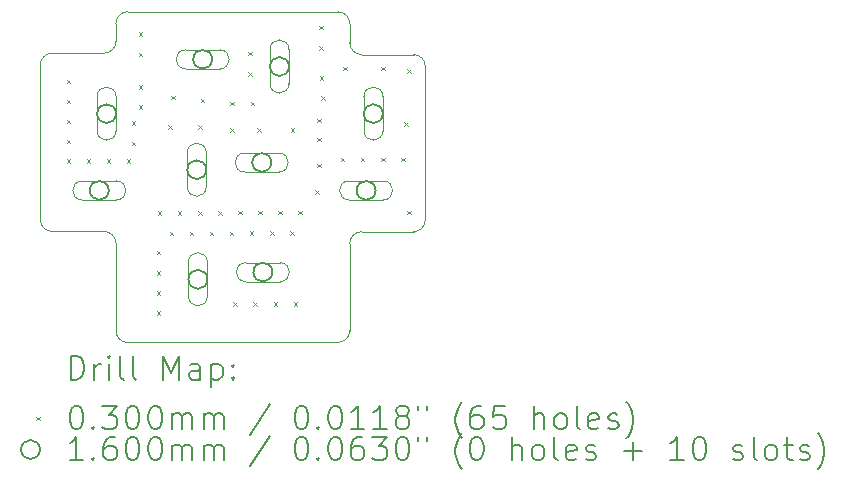
<source format=gbr>
%TF.GenerationSoftware,KiCad,Pcbnew,8.0.7*%
%TF.CreationDate,2025-04-20T01:00:09-04:00*%
%TF.ProjectId,2M_3F,324d5f33-462e-46b6-9963-61645f706362,rev?*%
%TF.SameCoordinates,Original*%
%TF.FileFunction,Drillmap*%
%TF.FilePolarity,Positive*%
%FSLAX45Y45*%
G04 Gerber Fmt 4.5, Leading zero omitted, Abs format (unit mm)*
G04 Created by KiCad (PCBNEW 8.0.7) date 2025-04-20 01:00:09*
%MOMM*%
%LPD*%
G01*
G04 APERTURE LIST*
%ADD10C,0.050000*%
%ADD11C,0.200000*%
%ADD12C,0.100000*%
%ADD13C,0.160000*%
G04 APERTURE END LIST*
D10*
X9140000Y-5300000D02*
G75*
G02*
X9040000Y-5200000I0J100000D01*
G01*
X11020000Y-5200000D02*
G75*
G02*
X10920000Y-5300000I-100000J0D01*
G01*
X8940000Y-4360000D02*
G75*
G02*
X9040000Y-4460000I0J-100000D01*
G01*
X11020000Y-4462500D02*
G75*
G02*
X11120000Y-4362500I100000J0D01*
G01*
X8500000Y-4360000D02*
X8940000Y-4360000D01*
X11120000Y-2862500D02*
G75*
G02*
X11020000Y-2762500I0J100000D01*
G01*
X9040000Y-2751250D02*
G75*
G02*
X8940000Y-2851250I-100000J0D01*
G01*
X8400000Y-2951250D02*
G75*
G02*
X8500000Y-2851250I100000J0D01*
G01*
X11120000Y-4362500D02*
X11560000Y-4362500D01*
X9040000Y-4460000D02*
X9040000Y-5200000D01*
X9040000Y-2751250D02*
X9040000Y-2600000D01*
X11560000Y-2862500D02*
X11120000Y-2862500D01*
X8940000Y-2851250D02*
X8500000Y-2851250D01*
X9040000Y-2600000D02*
G75*
G02*
X9140000Y-2500000I100000J0D01*
G01*
X11020000Y-4462500D02*
X11020000Y-5200000D01*
X8400000Y-4260000D02*
X8400000Y-2951250D01*
X11660000Y-2962500D02*
X11660000Y-4262500D01*
X11660000Y-4262500D02*
G75*
G02*
X11560000Y-4362500I-100000J0D01*
G01*
X10920000Y-2500000D02*
G75*
G02*
X11020000Y-2600000I0J-100000D01*
G01*
X10920000Y-5300000D02*
X9140000Y-5300000D01*
X9140000Y-2500000D02*
X10920000Y-2500000D01*
X11020000Y-2762500D02*
X11020000Y-2600000D01*
X8500000Y-4360000D02*
G75*
G02*
X8400000Y-4260000I0J100000D01*
G01*
X11560000Y-2862500D02*
G75*
G02*
X11660000Y-2962500I0J-100000D01*
G01*
D11*
D12*
X8623750Y-3073750D02*
X8653750Y-3103750D01*
X8653750Y-3073750D02*
X8623750Y-3103750D01*
X8623750Y-3243750D02*
X8653750Y-3273750D01*
X8653750Y-3243750D02*
X8623750Y-3273750D01*
X8623750Y-3413750D02*
X8653750Y-3443750D01*
X8653750Y-3413750D02*
X8623750Y-3443750D01*
X8623750Y-3583750D02*
X8653750Y-3613750D01*
X8653750Y-3583750D02*
X8623750Y-3613750D01*
X8623750Y-3748750D02*
X8653750Y-3778750D01*
X8653750Y-3748750D02*
X8623750Y-3778750D01*
X8793750Y-3748750D02*
X8823750Y-3778750D01*
X8823750Y-3748750D02*
X8793750Y-3778750D01*
X8963750Y-3748750D02*
X8993750Y-3778750D01*
X8993750Y-3748750D02*
X8963750Y-3778750D01*
X9133750Y-3748750D02*
X9163750Y-3778750D01*
X9163750Y-3748750D02*
X9133750Y-3778750D01*
X9173750Y-3428750D02*
X9203750Y-3458750D01*
X9203750Y-3428750D02*
X9173750Y-3458750D01*
X9173750Y-3598750D02*
X9203750Y-3628750D01*
X9203750Y-3598750D02*
X9173750Y-3628750D01*
X9235000Y-2675000D02*
X9265000Y-2705000D01*
X9265000Y-2675000D02*
X9235000Y-2705000D01*
X9235000Y-2845000D02*
X9265000Y-2875000D01*
X9265000Y-2845000D02*
X9235000Y-2875000D01*
X9235000Y-3120000D02*
X9265000Y-3150000D01*
X9265000Y-3120000D02*
X9235000Y-3150000D01*
X9235000Y-3290000D02*
X9265000Y-3320000D01*
X9265000Y-3290000D02*
X9235000Y-3320000D01*
X9385000Y-4525000D02*
X9415000Y-4555000D01*
X9415000Y-4525000D02*
X9385000Y-4555000D01*
X9385000Y-4695000D02*
X9415000Y-4725000D01*
X9415000Y-4695000D02*
X9385000Y-4725000D01*
X9385000Y-4865000D02*
X9415000Y-4895000D01*
X9415000Y-4865000D02*
X9385000Y-4895000D01*
X9385000Y-5035000D02*
X9415000Y-5065000D01*
X9415000Y-5035000D02*
X9385000Y-5065000D01*
X9395000Y-4187500D02*
X9425000Y-4217500D01*
X9425000Y-4187500D02*
X9395000Y-4217500D01*
X9485000Y-3460000D02*
X9515000Y-3490000D01*
X9515000Y-3460000D02*
X9485000Y-3490000D01*
X9495000Y-4362500D02*
X9525000Y-4392500D01*
X9525000Y-4362500D02*
X9495000Y-4392500D01*
X9510000Y-3210000D02*
X9540000Y-3240000D01*
X9540000Y-3210000D02*
X9510000Y-3240000D01*
X9565000Y-4187500D02*
X9595000Y-4217500D01*
X9595000Y-4187500D02*
X9565000Y-4217500D01*
X9665000Y-4362500D02*
X9695000Y-4392500D01*
X9695000Y-4362500D02*
X9665000Y-4392500D01*
X9735000Y-3460000D02*
X9765000Y-3490000D01*
X9765000Y-3460000D02*
X9735000Y-3490000D01*
X9735000Y-4187500D02*
X9765000Y-4217500D01*
X9765000Y-4187500D02*
X9735000Y-4217500D01*
X9760000Y-3235000D02*
X9790000Y-3265000D01*
X9790000Y-3235000D02*
X9760000Y-3265000D01*
X9835000Y-4362500D02*
X9865000Y-4392500D01*
X9865000Y-4362500D02*
X9835000Y-4392500D01*
X9905000Y-4187500D02*
X9935000Y-4217500D01*
X9935000Y-4187500D02*
X9905000Y-4217500D01*
X10005000Y-4362500D02*
X10035000Y-4392500D01*
X10035000Y-4362500D02*
X10005000Y-4392500D01*
X10010000Y-3260000D02*
X10040000Y-3290000D01*
X10040000Y-3260000D02*
X10010000Y-3290000D01*
X10010000Y-3485000D02*
X10040000Y-3515000D01*
X10040000Y-3485000D02*
X10010000Y-3515000D01*
X10035000Y-4960000D02*
X10065000Y-4990000D01*
X10065000Y-4960000D02*
X10035000Y-4990000D01*
X10075000Y-4185000D02*
X10105000Y-4215000D01*
X10105000Y-4185000D02*
X10075000Y-4215000D01*
X10160000Y-2840000D02*
X10190000Y-2870000D01*
X10190000Y-2840000D02*
X10160000Y-2870000D01*
X10160000Y-3010000D02*
X10190000Y-3040000D01*
X10190000Y-3010000D02*
X10160000Y-3040000D01*
X10175000Y-4360000D02*
X10205000Y-4390000D01*
X10205000Y-4360000D02*
X10175000Y-4390000D01*
X10180000Y-3260000D02*
X10210000Y-3290000D01*
X10210000Y-3260000D02*
X10180000Y-3290000D01*
X10205000Y-4960000D02*
X10235000Y-4990000D01*
X10235000Y-4960000D02*
X10205000Y-4990000D01*
X10235000Y-3485000D02*
X10265000Y-3515000D01*
X10265000Y-3485000D02*
X10235000Y-3515000D01*
X10245000Y-4185000D02*
X10275000Y-4215000D01*
X10275000Y-4185000D02*
X10245000Y-4215000D01*
X10345000Y-4360000D02*
X10375000Y-4390000D01*
X10375000Y-4360000D02*
X10345000Y-4390000D01*
X10375000Y-4960000D02*
X10405000Y-4990000D01*
X10405000Y-4960000D02*
X10375000Y-4990000D01*
X10415000Y-4185000D02*
X10445000Y-4215000D01*
X10445000Y-4185000D02*
X10415000Y-4215000D01*
X10515000Y-4360000D02*
X10545000Y-4390000D01*
X10545000Y-4360000D02*
X10515000Y-4390000D01*
X10520000Y-3485000D02*
X10550000Y-3515000D01*
X10550000Y-3485000D02*
X10520000Y-3515000D01*
X10545000Y-4960000D02*
X10575000Y-4990000D01*
X10575000Y-4960000D02*
X10545000Y-4990000D01*
X10585000Y-4185000D02*
X10615000Y-4215000D01*
X10615000Y-4185000D02*
X10585000Y-4215000D01*
X10730000Y-4010000D02*
X10760000Y-4040000D01*
X10760000Y-4010000D02*
X10730000Y-4040000D01*
X10745000Y-3407500D02*
X10775000Y-3437500D01*
X10775000Y-3407500D02*
X10745000Y-3437500D01*
X10745000Y-3567500D02*
X10775000Y-3597500D01*
X10775000Y-3567500D02*
X10745000Y-3597500D01*
X10745000Y-3787500D02*
X10775000Y-3817500D01*
X10775000Y-3787500D02*
X10745000Y-3817500D01*
X10760000Y-2620000D02*
X10790000Y-2650000D01*
X10790000Y-2620000D02*
X10760000Y-2650000D01*
X10760000Y-2790000D02*
X10790000Y-2820000D01*
X10790000Y-2790000D02*
X10760000Y-2820000D01*
X10765000Y-3047500D02*
X10795000Y-3077500D01*
X10795000Y-3047500D02*
X10765000Y-3077500D01*
X10780000Y-3217500D02*
X10810000Y-3247500D01*
X10810000Y-3217500D02*
X10780000Y-3247500D01*
X10945000Y-3735000D02*
X10975000Y-3765000D01*
X10975000Y-3735000D02*
X10945000Y-3765000D01*
X10965000Y-2965000D02*
X10995000Y-2995000D01*
X10995000Y-2965000D02*
X10965000Y-2995000D01*
X11115000Y-3735000D02*
X11145000Y-3765000D01*
X11145000Y-3735000D02*
X11115000Y-3765000D01*
X11285000Y-2965000D02*
X11315000Y-2995000D01*
X11315000Y-2965000D02*
X11285000Y-2995000D01*
X11285000Y-3735000D02*
X11315000Y-3765000D01*
X11315000Y-3735000D02*
X11285000Y-3765000D01*
X11455000Y-3735000D02*
X11485000Y-3765000D01*
X11485000Y-3735000D02*
X11455000Y-3765000D01*
X11480000Y-3435000D02*
X11510000Y-3465000D01*
X11510000Y-3435000D02*
X11480000Y-3465000D01*
X11505000Y-2985000D02*
X11535000Y-3015000D01*
X11535000Y-2985000D02*
X11505000Y-3015000D01*
X11505000Y-4185000D02*
X11535000Y-4215000D01*
X11535000Y-4185000D02*
X11505000Y-4215000D01*
D13*
X8980000Y-4012500D02*
G75*
G02*
X8820000Y-4012500I-80000J0D01*
G01*
X8820000Y-4012500D02*
G75*
G02*
X8980000Y-4012500I80000J0D01*
G01*
D12*
X8755000Y-4092500D02*
X9045000Y-4092500D01*
X9045000Y-3932500D02*
G75*
G02*
X9045000Y-4092500I0J-80000D01*
G01*
X9045000Y-3932500D02*
X8755000Y-3932500D01*
X8755000Y-3932500D02*
G75*
G03*
X8755000Y-4092500I0J-80000D01*
G01*
D13*
X9041250Y-3362500D02*
G75*
G02*
X8881250Y-3362500I-80000J0D01*
G01*
X8881250Y-3362500D02*
G75*
G02*
X9041250Y-3362500I80000J0D01*
G01*
D12*
X8881250Y-3217500D02*
X8881250Y-3507500D01*
X9041250Y-3507500D02*
G75*
G02*
X8881250Y-3507500I-80000J0D01*
G01*
X9041250Y-3507500D02*
X9041250Y-3217500D01*
X9041250Y-3217500D02*
G75*
G03*
X8881250Y-3217500I-80000J0D01*
G01*
D13*
X9805000Y-3837500D02*
G75*
G02*
X9645000Y-3837500I-80000J0D01*
G01*
X9645000Y-3837500D02*
G75*
G02*
X9805000Y-3837500I80000J0D01*
G01*
D12*
X9645000Y-3692500D02*
X9645000Y-3982500D01*
X9805000Y-3982500D02*
G75*
G02*
X9645000Y-3982500I-80000J0D01*
G01*
X9805000Y-3982500D02*
X9805000Y-3692500D01*
X9805000Y-3692500D02*
G75*
G03*
X9645000Y-3692500I-80000J0D01*
G01*
D13*
X9814460Y-4765330D02*
G75*
G02*
X9654460Y-4765330I-80000J0D01*
G01*
X9654460Y-4765330D02*
G75*
G02*
X9814460Y-4765330I80000J0D01*
G01*
D12*
X9654460Y-4620330D02*
X9654460Y-4910330D01*
X9814460Y-4910330D02*
G75*
G02*
X9654460Y-4910330I-80000J0D01*
G01*
X9814460Y-4910330D02*
X9814460Y-4620330D01*
X9814460Y-4620330D02*
G75*
G03*
X9654460Y-4620330I-80000J0D01*
G01*
D13*
X9855000Y-2902500D02*
G75*
G02*
X9695000Y-2902500I-80000J0D01*
G01*
X9695000Y-2902500D02*
G75*
G02*
X9855000Y-2902500I80000J0D01*
G01*
D12*
X9630000Y-2982500D02*
X9920000Y-2982500D01*
X9920000Y-2822500D02*
G75*
G02*
X9920000Y-2982500I0J-80000D01*
G01*
X9920000Y-2822500D02*
X9630000Y-2822500D01*
X9630000Y-2822500D02*
G75*
G03*
X9630000Y-2982500I0J-80000D01*
G01*
D13*
X10355000Y-3776250D02*
G75*
G02*
X10195000Y-3776250I-80000J0D01*
G01*
X10195000Y-3776250D02*
G75*
G02*
X10355000Y-3776250I80000J0D01*
G01*
D12*
X10130000Y-3856250D02*
X10420000Y-3856250D01*
X10420000Y-3696250D02*
G75*
G02*
X10420000Y-3856250I0J-80000D01*
G01*
X10420000Y-3696250D02*
X10130000Y-3696250D01*
X10130000Y-3696250D02*
G75*
G03*
X10130000Y-3856250I0J-80000D01*
G01*
D13*
X10364460Y-4704080D02*
G75*
G02*
X10204460Y-4704080I-80000J0D01*
G01*
X10204460Y-4704080D02*
G75*
G02*
X10364460Y-4704080I80000J0D01*
G01*
D12*
X10139460Y-4784080D02*
X10429460Y-4784080D01*
X10429460Y-4624080D02*
G75*
G02*
X10429460Y-4784080I0J-80000D01*
G01*
X10429460Y-4624080D02*
X10139460Y-4624080D01*
X10139460Y-4624080D02*
G75*
G03*
X10139460Y-4784080I0J-80000D01*
G01*
D13*
X10505000Y-2963750D02*
G75*
G02*
X10345000Y-2963750I-80000J0D01*
G01*
X10345000Y-2963750D02*
G75*
G02*
X10505000Y-2963750I80000J0D01*
G01*
D12*
X10505000Y-3108750D02*
X10505000Y-2818750D01*
X10345000Y-2818750D02*
G75*
G02*
X10505000Y-2818750I80000J0D01*
G01*
X10345000Y-2818750D02*
X10345000Y-3108750D01*
X10345000Y-3108750D02*
G75*
G03*
X10505000Y-3108750I80000J0D01*
G01*
D13*
X11238750Y-4012500D02*
G75*
G02*
X11078750Y-4012500I-80000J0D01*
G01*
X11078750Y-4012500D02*
G75*
G02*
X11238750Y-4012500I80000J0D01*
G01*
D12*
X11013750Y-4092500D02*
X11303750Y-4092500D01*
X11303750Y-3932500D02*
G75*
G02*
X11303750Y-4092500I0J-80000D01*
G01*
X11303750Y-3932500D02*
X11013750Y-3932500D01*
X11013750Y-3932500D02*
G75*
G03*
X11013750Y-4092500I0J-80000D01*
G01*
D13*
X11300000Y-3362500D02*
G75*
G02*
X11140000Y-3362500I-80000J0D01*
G01*
X11140000Y-3362500D02*
G75*
G02*
X11300000Y-3362500I80000J0D01*
G01*
D12*
X11140000Y-3217500D02*
X11140000Y-3507500D01*
X11300000Y-3507500D02*
G75*
G02*
X11140000Y-3507500I-80000J0D01*
G01*
X11300000Y-3507500D02*
X11300000Y-3217500D01*
X11300000Y-3217500D02*
G75*
G03*
X11140000Y-3217500I-80000J0D01*
G01*
D11*
X8658277Y-5613984D02*
X8658277Y-5413984D01*
X8658277Y-5413984D02*
X8705896Y-5413984D01*
X8705896Y-5413984D02*
X8734467Y-5423508D01*
X8734467Y-5423508D02*
X8753515Y-5442555D01*
X8753515Y-5442555D02*
X8763039Y-5461603D01*
X8763039Y-5461603D02*
X8772563Y-5499698D01*
X8772563Y-5499698D02*
X8772563Y-5528270D01*
X8772563Y-5528270D02*
X8763039Y-5566365D01*
X8763039Y-5566365D02*
X8753515Y-5585412D01*
X8753515Y-5585412D02*
X8734467Y-5604460D01*
X8734467Y-5604460D02*
X8705896Y-5613984D01*
X8705896Y-5613984D02*
X8658277Y-5613984D01*
X8858277Y-5613984D02*
X8858277Y-5480650D01*
X8858277Y-5518746D02*
X8867801Y-5499698D01*
X8867801Y-5499698D02*
X8877324Y-5490174D01*
X8877324Y-5490174D02*
X8896372Y-5480650D01*
X8896372Y-5480650D02*
X8915420Y-5480650D01*
X8982086Y-5613984D02*
X8982086Y-5480650D01*
X8982086Y-5413984D02*
X8972563Y-5423508D01*
X8972563Y-5423508D02*
X8982086Y-5433031D01*
X8982086Y-5433031D02*
X8991610Y-5423508D01*
X8991610Y-5423508D02*
X8982086Y-5413984D01*
X8982086Y-5413984D02*
X8982086Y-5433031D01*
X9105896Y-5613984D02*
X9086848Y-5604460D01*
X9086848Y-5604460D02*
X9077324Y-5585412D01*
X9077324Y-5585412D02*
X9077324Y-5413984D01*
X9210658Y-5613984D02*
X9191610Y-5604460D01*
X9191610Y-5604460D02*
X9182086Y-5585412D01*
X9182086Y-5585412D02*
X9182086Y-5413984D01*
X9439229Y-5613984D02*
X9439229Y-5413984D01*
X9439229Y-5413984D02*
X9505896Y-5556841D01*
X9505896Y-5556841D02*
X9572563Y-5413984D01*
X9572563Y-5413984D02*
X9572563Y-5613984D01*
X9753515Y-5613984D02*
X9753515Y-5509222D01*
X9753515Y-5509222D02*
X9743991Y-5490174D01*
X9743991Y-5490174D02*
X9724944Y-5480650D01*
X9724944Y-5480650D02*
X9686848Y-5480650D01*
X9686848Y-5480650D02*
X9667801Y-5490174D01*
X9753515Y-5604460D02*
X9734467Y-5613984D01*
X9734467Y-5613984D02*
X9686848Y-5613984D01*
X9686848Y-5613984D02*
X9667801Y-5604460D01*
X9667801Y-5604460D02*
X9658277Y-5585412D01*
X9658277Y-5585412D02*
X9658277Y-5566365D01*
X9658277Y-5566365D02*
X9667801Y-5547317D01*
X9667801Y-5547317D02*
X9686848Y-5537793D01*
X9686848Y-5537793D02*
X9734467Y-5537793D01*
X9734467Y-5537793D02*
X9753515Y-5528270D01*
X9848753Y-5480650D02*
X9848753Y-5680650D01*
X9848753Y-5490174D02*
X9867801Y-5480650D01*
X9867801Y-5480650D02*
X9905896Y-5480650D01*
X9905896Y-5480650D02*
X9924944Y-5490174D01*
X9924944Y-5490174D02*
X9934467Y-5499698D01*
X9934467Y-5499698D02*
X9943991Y-5518746D01*
X9943991Y-5518746D02*
X9943991Y-5575889D01*
X9943991Y-5575889D02*
X9934467Y-5594936D01*
X9934467Y-5594936D02*
X9924944Y-5604460D01*
X9924944Y-5604460D02*
X9905896Y-5613984D01*
X9905896Y-5613984D02*
X9867801Y-5613984D01*
X9867801Y-5613984D02*
X9848753Y-5604460D01*
X10029705Y-5594936D02*
X10039229Y-5604460D01*
X10039229Y-5604460D02*
X10029705Y-5613984D01*
X10029705Y-5613984D02*
X10020182Y-5604460D01*
X10020182Y-5604460D02*
X10029705Y-5594936D01*
X10029705Y-5594936D02*
X10029705Y-5613984D01*
X10029705Y-5490174D02*
X10039229Y-5499698D01*
X10039229Y-5499698D02*
X10029705Y-5509222D01*
X10029705Y-5509222D02*
X10020182Y-5499698D01*
X10020182Y-5499698D02*
X10029705Y-5490174D01*
X10029705Y-5490174D02*
X10029705Y-5509222D01*
D12*
X8367500Y-5927500D02*
X8397500Y-5957500D01*
X8397500Y-5927500D02*
X8367500Y-5957500D01*
D11*
X8696372Y-5833984D02*
X8715420Y-5833984D01*
X8715420Y-5833984D02*
X8734467Y-5843508D01*
X8734467Y-5843508D02*
X8743991Y-5853031D01*
X8743991Y-5853031D02*
X8753515Y-5872079D01*
X8753515Y-5872079D02*
X8763039Y-5910174D01*
X8763039Y-5910174D02*
X8763039Y-5957793D01*
X8763039Y-5957793D02*
X8753515Y-5995888D01*
X8753515Y-5995888D02*
X8743991Y-6014936D01*
X8743991Y-6014936D02*
X8734467Y-6024460D01*
X8734467Y-6024460D02*
X8715420Y-6033984D01*
X8715420Y-6033984D02*
X8696372Y-6033984D01*
X8696372Y-6033984D02*
X8677324Y-6024460D01*
X8677324Y-6024460D02*
X8667801Y-6014936D01*
X8667801Y-6014936D02*
X8658277Y-5995888D01*
X8658277Y-5995888D02*
X8648753Y-5957793D01*
X8648753Y-5957793D02*
X8648753Y-5910174D01*
X8648753Y-5910174D02*
X8658277Y-5872079D01*
X8658277Y-5872079D02*
X8667801Y-5853031D01*
X8667801Y-5853031D02*
X8677324Y-5843508D01*
X8677324Y-5843508D02*
X8696372Y-5833984D01*
X8848753Y-6014936D02*
X8858277Y-6024460D01*
X8858277Y-6024460D02*
X8848753Y-6033984D01*
X8848753Y-6033984D02*
X8839229Y-6024460D01*
X8839229Y-6024460D02*
X8848753Y-6014936D01*
X8848753Y-6014936D02*
X8848753Y-6033984D01*
X8924944Y-5833984D02*
X9048753Y-5833984D01*
X9048753Y-5833984D02*
X8982086Y-5910174D01*
X8982086Y-5910174D02*
X9010658Y-5910174D01*
X9010658Y-5910174D02*
X9029705Y-5919698D01*
X9029705Y-5919698D02*
X9039229Y-5929222D01*
X9039229Y-5929222D02*
X9048753Y-5948269D01*
X9048753Y-5948269D02*
X9048753Y-5995888D01*
X9048753Y-5995888D02*
X9039229Y-6014936D01*
X9039229Y-6014936D02*
X9029705Y-6024460D01*
X9029705Y-6024460D02*
X9010658Y-6033984D01*
X9010658Y-6033984D02*
X8953515Y-6033984D01*
X8953515Y-6033984D02*
X8934467Y-6024460D01*
X8934467Y-6024460D02*
X8924944Y-6014936D01*
X9172563Y-5833984D02*
X9191610Y-5833984D01*
X9191610Y-5833984D02*
X9210658Y-5843508D01*
X9210658Y-5843508D02*
X9220182Y-5853031D01*
X9220182Y-5853031D02*
X9229705Y-5872079D01*
X9229705Y-5872079D02*
X9239229Y-5910174D01*
X9239229Y-5910174D02*
X9239229Y-5957793D01*
X9239229Y-5957793D02*
X9229705Y-5995888D01*
X9229705Y-5995888D02*
X9220182Y-6014936D01*
X9220182Y-6014936D02*
X9210658Y-6024460D01*
X9210658Y-6024460D02*
X9191610Y-6033984D01*
X9191610Y-6033984D02*
X9172563Y-6033984D01*
X9172563Y-6033984D02*
X9153515Y-6024460D01*
X9153515Y-6024460D02*
X9143991Y-6014936D01*
X9143991Y-6014936D02*
X9134467Y-5995888D01*
X9134467Y-5995888D02*
X9124944Y-5957793D01*
X9124944Y-5957793D02*
X9124944Y-5910174D01*
X9124944Y-5910174D02*
X9134467Y-5872079D01*
X9134467Y-5872079D02*
X9143991Y-5853031D01*
X9143991Y-5853031D02*
X9153515Y-5843508D01*
X9153515Y-5843508D02*
X9172563Y-5833984D01*
X9363039Y-5833984D02*
X9382086Y-5833984D01*
X9382086Y-5833984D02*
X9401134Y-5843508D01*
X9401134Y-5843508D02*
X9410658Y-5853031D01*
X9410658Y-5853031D02*
X9420182Y-5872079D01*
X9420182Y-5872079D02*
X9429705Y-5910174D01*
X9429705Y-5910174D02*
X9429705Y-5957793D01*
X9429705Y-5957793D02*
X9420182Y-5995888D01*
X9420182Y-5995888D02*
X9410658Y-6014936D01*
X9410658Y-6014936D02*
X9401134Y-6024460D01*
X9401134Y-6024460D02*
X9382086Y-6033984D01*
X9382086Y-6033984D02*
X9363039Y-6033984D01*
X9363039Y-6033984D02*
X9343991Y-6024460D01*
X9343991Y-6024460D02*
X9334467Y-6014936D01*
X9334467Y-6014936D02*
X9324944Y-5995888D01*
X9324944Y-5995888D02*
X9315420Y-5957793D01*
X9315420Y-5957793D02*
X9315420Y-5910174D01*
X9315420Y-5910174D02*
X9324944Y-5872079D01*
X9324944Y-5872079D02*
X9334467Y-5853031D01*
X9334467Y-5853031D02*
X9343991Y-5843508D01*
X9343991Y-5843508D02*
X9363039Y-5833984D01*
X9515420Y-6033984D02*
X9515420Y-5900650D01*
X9515420Y-5919698D02*
X9524944Y-5910174D01*
X9524944Y-5910174D02*
X9543991Y-5900650D01*
X9543991Y-5900650D02*
X9572563Y-5900650D01*
X9572563Y-5900650D02*
X9591610Y-5910174D01*
X9591610Y-5910174D02*
X9601134Y-5929222D01*
X9601134Y-5929222D02*
X9601134Y-6033984D01*
X9601134Y-5929222D02*
X9610658Y-5910174D01*
X9610658Y-5910174D02*
X9629705Y-5900650D01*
X9629705Y-5900650D02*
X9658277Y-5900650D01*
X9658277Y-5900650D02*
X9677325Y-5910174D01*
X9677325Y-5910174D02*
X9686848Y-5929222D01*
X9686848Y-5929222D02*
X9686848Y-6033984D01*
X9782086Y-6033984D02*
X9782086Y-5900650D01*
X9782086Y-5919698D02*
X9791610Y-5910174D01*
X9791610Y-5910174D02*
X9810658Y-5900650D01*
X9810658Y-5900650D02*
X9839229Y-5900650D01*
X9839229Y-5900650D02*
X9858277Y-5910174D01*
X9858277Y-5910174D02*
X9867801Y-5929222D01*
X9867801Y-5929222D02*
X9867801Y-6033984D01*
X9867801Y-5929222D02*
X9877325Y-5910174D01*
X9877325Y-5910174D02*
X9896372Y-5900650D01*
X9896372Y-5900650D02*
X9924944Y-5900650D01*
X9924944Y-5900650D02*
X9943991Y-5910174D01*
X9943991Y-5910174D02*
X9953515Y-5929222D01*
X9953515Y-5929222D02*
X9953515Y-6033984D01*
X10343991Y-5824460D02*
X10172563Y-6081603D01*
X10601134Y-5833984D02*
X10620182Y-5833984D01*
X10620182Y-5833984D02*
X10639229Y-5843508D01*
X10639229Y-5843508D02*
X10648753Y-5853031D01*
X10648753Y-5853031D02*
X10658277Y-5872079D01*
X10658277Y-5872079D02*
X10667801Y-5910174D01*
X10667801Y-5910174D02*
X10667801Y-5957793D01*
X10667801Y-5957793D02*
X10658277Y-5995888D01*
X10658277Y-5995888D02*
X10648753Y-6014936D01*
X10648753Y-6014936D02*
X10639229Y-6024460D01*
X10639229Y-6024460D02*
X10620182Y-6033984D01*
X10620182Y-6033984D02*
X10601134Y-6033984D01*
X10601134Y-6033984D02*
X10582087Y-6024460D01*
X10582087Y-6024460D02*
X10572563Y-6014936D01*
X10572563Y-6014936D02*
X10563039Y-5995888D01*
X10563039Y-5995888D02*
X10553515Y-5957793D01*
X10553515Y-5957793D02*
X10553515Y-5910174D01*
X10553515Y-5910174D02*
X10563039Y-5872079D01*
X10563039Y-5872079D02*
X10572563Y-5853031D01*
X10572563Y-5853031D02*
X10582087Y-5843508D01*
X10582087Y-5843508D02*
X10601134Y-5833984D01*
X10753515Y-6014936D02*
X10763039Y-6024460D01*
X10763039Y-6024460D02*
X10753515Y-6033984D01*
X10753515Y-6033984D02*
X10743991Y-6024460D01*
X10743991Y-6024460D02*
X10753515Y-6014936D01*
X10753515Y-6014936D02*
X10753515Y-6033984D01*
X10886848Y-5833984D02*
X10905896Y-5833984D01*
X10905896Y-5833984D02*
X10924944Y-5843508D01*
X10924944Y-5843508D02*
X10934468Y-5853031D01*
X10934468Y-5853031D02*
X10943991Y-5872079D01*
X10943991Y-5872079D02*
X10953515Y-5910174D01*
X10953515Y-5910174D02*
X10953515Y-5957793D01*
X10953515Y-5957793D02*
X10943991Y-5995888D01*
X10943991Y-5995888D02*
X10934468Y-6014936D01*
X10934468Y-6014936D02*
X10924944Y-6024460D01*
X10924944Y-6024460D02*
X10905896Y-6033984D01*
X10905896Y-6033984D02*
X10886848Y-6033984D01*
X10886848Y-6033984D02*
X10867801Y-6024460D01*
X10867801Y-6024460D02*
X10858277Y-6014936D01*
X10858277Y-6014936D02*
X10848753Y-5995888D01*
X10848753Y-5995888D02*
X10839229Y-5957793D01*
X10839229Y-5957793D02*
X10839229Y-5910174D01*
X10839229Y-5910174D02*
X10848753Y-5872079D01*
X10848753Y-5872079D02*
X10858277Y-5853031D01*
X10858277Y-5853031D02*
X10867801Y-5843508D01*
X10867801Y-5843508D02*
X10886848Y-5833984D01*
X11143991Y-6033984D02*
X11029706Y-6033984D01*
X11086848Y-6033984D02*
X11086848Y-5833984D01*
X11086848Y-5833984D02*
X11067801Y-5862555D01*
X11067801Y-5862555D02*
X11048753Y-5881603D01*
X11048753Y-5881603D02*
X11029706Y-5891127D01*
X11334467Y-6033984D02*
X11220182Y-6033984D01*
X11277325Y-6033984D02*
X11277325Y-5833984D01*
X11277325Y-5833984D02*
X11258277Y-5862555D01*
X11258277Y-5862555D02*
X11239229Y-5881603D01*
X11239229Y-5881603D02*
X11220182Y-5891127D01*
X11448753Y-5919698D02*
X11429706Y-5910174D01*
X11429706Y-5910174D02*
X11420182Y-5900650D01*
X11420182Y-5900650D02*
X11410658Y-5881603D01*
X11410658Y-5881603D02*
X11410658Y-5872079D01*
X11410658Y-5872079D02*
X11420182Y-5853031D01*
X11420182Y-5853031D02*
X11429706Y-5843508D01*
X11429706Y-5843508D02*
X11448753Y-5833984D01*
X11448753Y-5833984D02*
X11486848Y-5833984D01*
X11486848Y-5833984D02*
X11505896Y-5843508D01*
X11505896Y-5843508D02*
X11515420Y-5853031D01*
X11515420Y-5853031D02*
X11524944Y-5872079D01*
X11524944Y-5872079D02*
X11524944Y-5881603D01*
X11524944Y-5881603D02*
X11515420Y-5900650D01*
X11515420Y-5900650D02*
X11505896Y-5910174D01*
X11505896Y-5910174D02*
X11486848Y-5919698D01*
X11486848Y-5919698D02*
X11448753Y-5919698D01*
X11448753Y-5919698D02*
X11429706Y-5929222D01*
X11429706Y-5929222D02*
X11420182Y-5938746D01*
X11420182Y-5938746D02*
X11410658Y-5957793D01*
X11410658Y-5957793D02*
X11410658Y-5995888D01*
X11410658Y-5995888D02*
X11420182Y-6014936D01*
X11420182Y-6014936D02*
X11429706Y-6024460D01*
X11429706Y-6024460D02*
X11448753Y-6033984D01*
X11448753Y-6033984D02*
X11486848Y-6033984D01*
X11486848Y-6033984D02*
X11505896Y-6024460D01*
X11505896Y-6024460D02*
X11515420Y-6014936D01*
X11515420Y-6014936D02*
X11524944Y-5995888D01*
X11524944Y-5995888D02*
X11524944Y-5957793D01*
X11524944Y-5957793D02*
X11515420Y-5938746D01*
X11515420Y-5938746D02*
X11505896Y-5929222D01*
X11505896Y-5929222D02*
X11486848Y-5919698D01*
X11601134Y-5833984D02*
X11601134Y-5872079D01*
X11677325Y-5833984D02*
X11677325Y-5872079D01*
X11972563Y-6110174D02*
X11963039Y-6100650D01*
X11963039Y-6100650D02*
X11943991Y-6072079D01*
X11943991Y-6072079D02*
X11934468Y-6053031D01*
X11934468Y-6053031D02*
X11924944Y-6024460D01*
X11924944Y-6024460D02*
X11915420Y-5976841D01*
X11915420Y-5976841D02*
X11915420Y-5938746D01*
X11915420Y-5938746D02*
X11924944Y-5891127D01*
X11924944Y-5891127D02*
X11934468Y-5862555D01*
X11934468Y-5862555D02*
X11943991Y-5843508D01*
X11943991Y-5843508D02*
X11963039Y-5814936D01*
X11963039Y-5814936D02*
X11972563Y-5805412D01*
X12134468Y-5833984D02*
X12096372Y-5833984D01*
X12096372Y-5833984D02*
X12077325Y-5843508D01*
X12077325Y-5843508D02*
X12067801Y-5853031D01*
X12067801Y-5853031D02*
X12048753Y-5881603D01*
X12048753Y-5881603D02*
X12039229Y-5919698D01*
X12039229Y-5919698D02*
X12039229Y-5995888D01*
X12039229Y-5995888D02*
X12048753Y-6014936D01*
X12048753Y-6014936D02*
X12058277Y-6024460D01*
X12058277Y-6024460D02*
X12077325Y-6033984D01*
X12077325Y-6033984D02*
X12115420Y-6033984D01*
X12115420Y-6033984D02*
X12134468Y-6024460D01*
X12134468Y-6024460D02*
X12143991Y-6014936D01*
X12143991Y-6014936D02*
X12153515Y-5995888D01*
X12153515Y-5995888D02*
X12153515Y-5948269D01*
X12153515Y-5948269D02*
X12143991Y-5929222D01*
X12143991Y-5929222D02*
X12134468Y-5919698D01*
X12134468Y-5919698D02*
X12115420Y-5910174D01*
X12115420Y-5910174D02*
X12077325Y-5910174D01*
X12077325Y-5910174D02*
X12058277Y-5919698D01*
X12058277Y-5919698D02*
X12048753Y-5929222D01*
X12048753Y-5929222D02*
X12039229Y-5948269D01*
X12334468Y-5833984D02*
X12239229Y-5833984D01*
X12239229Y-5833984D02*
X12229706Y-5929222D01*
X12229706Y-5929222D02*
X12239229Y-5919698D01*
X12239229Y-5919698D02*
X12258277Y-5910174D01*
X12258277Y-5910174D02*
X12305896Y-5910174D01*
X12305896Y-5910174D02*
X12324944Y-5919698D01*
X12324944Y-5919698D02*
X12334468Y-5929222D01*
X12334468Y-5929222D02*
X12343991Y-5948269D01*
X12343991Y-5948269D02*
X12343991Y-5995888D01*
X12343991Y-5995888D02*
X12334468Y-6014936D01*
X12334468Y-6014936D02*
X12324944Y-6024460D01*
X12324944Y-6024460D02*
X12305896Y-6033984D01*
X12305896Y-6033984D02*
X12258277Y-6033984D01*
X12258277Y-6033984D02*
X12239229Y-6024460D01*
X12239229Y-6024460D02*
X12229706Y-6014936D01*
X12582087Y-6033984D02*
X12582087Y-5833984D01*
X12667801Y-6033984D02*
X12667801Y-5929222D01*
X12667801Y-5929222D02*
X12658277Y-5910174D01*
X12658277Y-5910174D02*
X12639230Y-5900650D01*
X12639230Y-5900650D02*
X12610658Y-5900650D01*
X12610658Y-5900650D02*
X12591610Y-5910174D01*
X12591610Y-5910174D02*
X12582087Y-5919698D01*
X12791610Y-6033984D02*
X12772563Y-6024460D01*
X12772563Y-6024460D02*
X12763039Y-6014936D01*
X12763039Y-6014936D02*
X12753515Y-5995888D01*
X12753515Y-5995888D02*
X12753515Y-5938746D01*
X12753515Y-5938746D02*
X12763039Y-5919698D01*
X12763039Y-5919698D02*
X12772563Y-5910174D01*
X12772563Y-5910174D02*
X12791610Y-5900650D01*
X12791610Y-5900650D02*
X12820182Y-5900650D01*
X12820182Y-5900650D02*
X12839230Y-5910174D01*
X12839230Y-5910174D02*
X12848753Y-5919698D01*
X12848753Y-5919698D02*
X12858277Y-5938746D01*
X12858277Y-5938746D02*
X12858277Y-5995888D01*
X12858277Y-5995888D02*
X12848753Y-6014936D01*
X12848753Y-6014936D02*
X12839230Y-6024460D01*
X12839230Y-6024460D02*
X12820182Y-6033984D01*
X12820182Y-6033984D02*
X12791610Y-6033984D01*
X12972563Y-6033984D02*
X12953515Y-6024460D01*
X12953515Y-6024460D02*
X12943991Y-6005412D01*
X12943991Y-6005412D02*
X12943991Y-5833984D01*
X13124944Y-6024460D02*
X13105896Y-6033984D01*
X13105896Y-6033984D02*
X13067801Y-6033984D01*
X13067801Y-6033984D02*
X13048753Y-6024460D01*
X13048753Y-6024460D02*
X13039230Y-6005412D01*
X13039230Y-6005412D02*
X13039230Y-5929222D01*
X13039230Y-5929222D02*
X13048753Y-5910174D01*
X13048753Y-5910174D02*
X13067801Y-5900650D01*
X13067801Y-5900650D02*
X13105896Y-5900650D01*
X13105896Y-5900650D02*
X13124944Y-5910174D01*
X13124944Y-5910174D02*
X13134468Y-5929222D01*
X13134468Y-5929222D02*
X13134468Y-5948269D01*
X13134468Y-5948269D02*
X13039230Y-5967317D01*
X13210658Y-6024460D02*
X13229706Y-6033984D01*
X13229706Y-6033984D02*
X13267801Y-6033984D01*
X13267801Y-6033984D02*
X13286849Y-6024460D01*
X13286849Y-6024460D02*
X13296372Y-6005412D01*
X13296372Y-6005412D02*
X13296372Y-5995888D01*
X13296372Y-5995888D02*
X13286849Y-5976841D01*
X13286849Y-5976841D02*
X13267801Y-5967317D01*
X13267801Y-5967317D02*
X13239230Y-5967317D01*
X13239230Y-5967317D02*
X13220182Y-5957793D01*
X13220182Y-5957793D02*
X13210658Y-5938746D01*
X13210658Y-5938746D02*
X13210658Y-5929222D01*
X13210658Y-5929222D02*
X13220182Y-5910174D01*
X13220182Y-5910174D02*
X13239230Y-5900650D01*
X13239230Y-5900650D02*
X13267801Y-5900650D01*
X13267801Y-5900650D02*
X13286849Y-5910174D01*
X13363039Y-6110174D02*
X13372563Y-6100650D01*
X13372563Y-6100650D02*
X13391611Y-6072079D01*
X13391611Y-6072079D02*
X13401134Y-6053031D01*
X13401134Y-6053031D02*
X13410658Y-6024460D01*
X13410658Y-6024460D02*
X13420182Y-5976841D01*
X13420182Y-5976841D02*
X13420182Y-5938746D01*
X13420182Y-5938746D02*
X13410658Y-5891127D01*
X13410658Y-5891127D02*
X13401134Y-5862555D01*
X13401134Y-5862555D02*
X13391611Y-5843508D01*
X13391611Y-5843508D02*
X13372563Y-5814936D01*
X13372563Y-5814936D02*
X13363039Y-5805412D01*
D13*
X8397500Y-6206500D02*
G75*
G02*
X8237500Y-6206500I-80000J0D01*
G01*
X8237500Y-6206500D02*
G75*
G02*
X8397500Y-6206500I80000J0D01*
G01*
D11*
X8763039Y-6297984D02*
X8648753Y-6297984D01*
X8705896Y-6297984D02*
X8705896Y-6097984D01*
X8705896Y-6097984D02*
X8686848Y-6126555D01*
X8686848Y-6126555D02*
X8667801Y-6145603D01*
X8667801Y-6145603D02*
X8648753Y-6155127D01*
X8848753Y-6278936D02*
X8858277Y-6288460D01*
X8858277Y-6288460D02*
X8848753Y-6297984D01*
X8848753Y-6297984D02*
X8839229Y-6288460D01*
X8839229Y-6288460D02*
X8848753Y-6278936D01*
X8848753Y-6278936D02*
X8848753Y-6297984D01*
X9029705Y-6097984D02*
X8991610Y-6097984D01*
X8991610Y-6097984D02*
X8972563Y-6107508D01*
X8972563Y-6107508D02*
X8963039Y-6117031D01*
X8963039Y-6117031D02*
X8943991Y-6145603D01*
X8943991Y-6145603D02*
X8934467Y-6183698D01*
X8934467Y-6183698D02*
X8934467Y-6259888D01*
X8934467Y-6259888D02*
X8943991Y-6278936D01*
X8943991Y-6278936D02*
X8953515Y-6288460D01*
X8953515Y-6288460D02*
X8972563Y-6297984D01*
X8972563Y-6297984D02*
X9010658Y-6297984D01*
X9010658Y-6297984D02*
X9029705Y-6288460D01*
X9029705Y-6288460D02*
X9039229Y-6278936D01*
X9039229Y-6278936D02*
X9048753Y-6259888D01*
X9048753Y-6259888D02*
X9048753Y-6212269D01*
X9048753Y-6212269D02*
X9039229Y-6193222D01*
X9039229Y-6193222D02*
X9029705Y-6183698D01*
X9029705Y-6183698D02*
X9010658Y-6174174D01*
X9010658Y-6174174D02*
X8972563Y-6174174D01*
X8972563Y-6174174D02*
X8953515Y-6183698D01*
X8953515Y-6183698D02*
X8943991Y-6193222D01*
X8943991Y-6193222D02*
X8934467Y-6212269D01*
X9172563Y-6097984D02*
X9191610Y-6097984D01*
X9191610Y-6097984D02*
X9210658Y-6107508D01*
X9210658Y-6107508D02*
X9220182Y-6117031D01*
X9220182Y-6117031D02*
X9229705Y-6136079D01*
X9229705Y-6136079D02*
X9239229Y-6174174D01*
X9239229Y-6174174D02*
X9239229Y-6221793D01*
X9239229Y-6221793D02*
X9229705Y-6259888D01*
X9229705Y-6259888D02*
X9220182Y-6278936D01*
X9220182Y-6278936D02*
X9210658Y-6288460D01*
X9210658Y-6288460D02*
X9191610Y-6297984D01*
X9191610Y-6297984D02*
X9172563Y-6297984D01*
X9172563Y-6297984D02*
X9153515Y-6288460D01*
X9153515Y-6288460D02*
X9143991Y-6278936D01*
X9143991Y-6278936D02*
X9134467Y-6259888D01*
X9134467Y-6259888D02*
X9124944Y-6221793D01*
X9124944Y-6221793D02*
X9124944Y-6174174D01*
X9124944Y-6174174D02*
X9134467Y-6136079D01*
X9134467Y-6136079D02*
X9143991Y-6117031D01*
X9143991Y-6117031D02*
X9153515Y-6107508D01*
X9153515Y-6107508D02*
X9172563Y-6097984D01*
X9363039Y-6097984D02*
X9382086Y-6097984D01*
X9382086Y-6097984D02*
X9401134Y-6107508D01*
X9401134Y-6107508D02*
X9410658Y-6117031D01*
X9410658Y-6117031D02*
X9420182Y-6136079D01*
X9420182Y-6136079D02*
X9429705Y-6174174D01*
X9429705Y-6174174D02*
X9429705Y-6221793D01*
X9429705Y-6221793D02*
X9420182Y-6259888D01*
X9420182Y-6259888D02*
X9410658Y-6278936D01*
X9410658Y-6278936D02*
X9401134Y-6288460D01*
X9401134Y-6288460D02*
X9382086Y-6297984D01*
X9382086Y-6297984D02*
X9363039Y-6297984D01*
X9363039Y-6297984D02*
X9343991Y-6288460D01*
X9343991Y-6288460D02*
X9334467Y-6278936D01*
X9334467Y-6278936D02*
X9324944Y-6259888D01*
X9324944Y-6259888D02*
X9315420Y-6221793D01*
X9315420Y-6221793D02*
X9315420Y-6174174D01*
X9315420Y-6174174D02*
X9324944Y-6136079D01*
X9324944Y-6136079D02*
X9334467Y-6117031D01*
X9334467Y-6117031D02*
X9343991Y-6107508D01*
X9343991Y-6107508D02*
X9363039Y-6097984D01*
X9515420Y-6297984D02*
X9515420Y-6164650D01*
X9515420Y-6183698D02*
X9524944Y-6174174D01*
X9524944Y-6174174D02*
X9543991Y-6164650D01*
X9543991Y-6164650D02*
X9572563Y-6164650D01*
X9572563Y-6164650D02*
X9591610Y-6174174D01*
X9591610Y-6174174D02*
X9601134Y-6193222D01*
X9601134Y-6193222D02*
X9601134Y-6297984D01*
X9601134Y-6193222D02*
X9610658Y-6174174D01*
X9610658Y-6174174D02*
X9629705Y-6164650D01*
X9629705Y-6164650D02*
X9658277Y-6164650D01*
X9658277Y-6164650D02*
X9677325Y-6174174D01*
X9677325Y-6174174D02*
X9686848Y-6193222D01*
X9686848Y-6193222D02*
X9686848Y-6297984D01*
X9782086Y-6297984D02*
X9782086Y-6164650D01*
X9782086Y-6183698D02*
X9791610Y-6174174D01*
X9791610Y-6174174D02*
X9810658Y-6164650D01*
X9810658Y-6164650D02*
X9839229Y-6164650D01*
X9839229Y-6164650D02*
X9858277Y-6174174D01*
X9858277Y-6174174D02*
X9867801Y-6193222D01*
X9867801Y-6193222D02*
X9867801Y-6297984D01*
X9867801Y-6193222D02*
X9877325Y-6174174D01*
X9877325Y-6174174D02*
X9896372Y-6164650D01*
X9896372Y-6164650D02*
X9924944Y-6164650D01*
X9924944Y-6164650D02*
X9943991Y-6174174D01*
X9943991Y-6174174D02*
X9953515Y-6193222D01*
X9953515Y-6193222D02*
X9953515Y-6297984D01*
X10343991Y-6088460D02*
X10172563Y-6345603D01*
X10601134Y-6097984D02*
X10620182Y-6097984D01*
X10620182Y-6097984D02*
X10639229Y-6107508D01*
X10639229Y-6107508D02*
X10648753Y-6117031D01*
X10648753Y-6117031D02*
X10658277Y-6136079D01*
X10658277Y-6136079D02*
X10667801Y-6174174D01*
X10667801Y-6174174D02*
X10667801Y-6221793D01*
X10667801Y-6221793D02*
X10658277Y-6259888D01*
X10658277Y-6259888D02*
X10648753Y-6278936D01*
X10648753Y-6278936D02*
X10639229Y-6288460D01*
X10639229Y-6288460D02*
X10620182Y-6297984D01*
X10620182Y-6297984D02*
X10601134Y-6297984D01*
X10601134Y-6297984D02*
X10582087Y-6288460D01*
X10582087Y-6288460D02*
X10572563Y-6278936D01*
X10572563Y-6278936D02*
X10563039Y-6259888D01*
X10563039Y-6259888D02*
X10553515Y-6221793D01*
X10553515Y-6221793D02*
X10553515Y-6174174D01*
X10553515Y-6174174D02*
X10563039Y-6136079D01*
X10563039Y-6136079D02*
X10572563Y-6117031D01*
X10572563Y-6117031D02*
X10582087Y-6107508D01*
X10582087Y-6107508D02*
X10601134Y-6097984D01*
X10753515Y-6278936D02*
X10763039Y-6288460D01*
X10763039Y-6288460D02*
X10753515Y-6297984D01*
X10753515Y-6297984D02*
X10743991Y-6288460D01*
X10743991Y-6288460D02*
X10753515Y-6278936D01*
X10753515Y-6278936D02*
X10753515Y-6297984D01*
X10886848Y-6097984D02*
X10905896Y-6097984D01*
X10905896Y-6097984D02*
X10924944Y-6107508D01*
X10924944Y-6107508D02*
X10934468Y-6117031D01*
X10934468Y-6117031D02*
X10943991Y-6136079D01*
X10943991Y-6136079D02*
X10953515Y-6174174D01*
X10953515Y-6174174D02*
X10953515Y-6221793D01*
X10953515Y-6221793D02*
X10943991Y-6259888D01*
X10943991Y-6259888D02*
X10934468Y-6278936D01*
X10934468Y-6278936D02*
X10924944Y-6288460D01*
X10924944Y-6288460D02*
X10905896Y-6297984D01*
X10905896Y-6297984D02*
X10886848Y-6297984D01*
X10886848Y-6297984D02*
X10867801Y-6288460D01*
X10867801Y-6288460D02*
X10858277Y-6278936D01*
X10858277Y-6278936D02*
X10848753Y-6259888D01*
X10848753Y-6259888D02*
X10839229Y-6221793D01*
X10839229Y-6221793D02*
X10839229Y-6174174D01*
X10839229Y-6174174D02*
X10848753Y-6136079D01*
X10848753Y-6136079D02*
X10858277Y-6117031D01*
X10858277Y-6117031D02*
X10867801Y-6107508D01*
X10867801Y-6107508D02*
X10886848Y-6097984D01*
X11124944Y-6097984D02*
X11086848Y-6097984D01*
X11086848Y-6097984D02*
X11067801Y-6107508D01*
X11067801Y-6107508D02*
X11058277Y-6117031D01*
X11058277Y-6117031D02*
X11039229Y-6145603D01*
X11039229Y-6145603D02*
X11029706Y-6183698D01*
X11029706Y-6183698D02*
X11029706Y-6259888D01*
X11029706Y-6259888D02*
X11039229Y-6278936D01*
X11039229Y-6278936D02*
X11048753Y-6288460D01*
X11048753Y-6288460D02*
X11067801Y-6297984D01*
X11067801Y-6297984D02*
X11105896Y-6297984D01*
X11105896Y-6297984D02*
X11124944Y-6288460D01*
X11124944Y-6288460D02*
X11134468Y-6278936D01*
X11134468Y-6278936D02*
X11143991Y-6259888D01*
X11143991Y-6259888D02*
X11143991Y-6212269D01*
X11143991Y-6212269D02*
X11134468Y-6193222D01*
X11134468Y-6193222D02*
X11124944Y-6183698D01*
X11124944Y-6183698D02*
X11105896Y-6174174D01*
X11105896Y-6174174D02*
X11067801Y-6174174D01*
X11067801Y-6174174D02*
X11048753Y-6183698D01*
X11048753Y-6183698D02*
X11039229Y-6193222D01*
X11039229Y-6193222D02*
X11029706Y-6212269D01*
X11210658Y-6097984D02*
X11334467Y-6097984D01*
X11334467Y-6097984D02*
X11267801Y-6174174D01*
X11267801Y-6174174D02*
X11296372Y-6174174D01*
X11296372Y-6174174D02*
X11315420Y-6183698D01*
X11315420Y-6183698D02*
X11324944Y-6193222D01*
X11324944Y-6193222D02*
X11334467Y-6212269D01*
X11334467Y-6212269D02*
X11334467Y-6259888D01*
X11334467Y-6259888D02*
X11324944Y-6278936D01*
X11324944Y-6278936D02*
X11315420Y-6288460D01*
X11315420Y-6288460D02*
X11296372Y-6297984D01*
X11296372Y-6297984D02*
X11239229Y-6297984D01*
X11239229Y-6297984D02*
X11220182Y-6288460D01*
X11220182Y-6288460D02*
X11210658Y-6278936D01*
X11458277Y-6097984D02*
X11477325Y-6097984D01*
X11477325Y-6097984D02*
X11496372Y-6107508D01*
X11496372Y-6107508D02*
X11505896Y-6117031D01*
X11505896Y-6117031D02*
X11515420Y-6136079D01*
X11515420Y-6136079D02*
X11524944Y-6174174D01*
X11524944Y-6174174D02*
X11524944Y-6221793D01*
X11524944Y-6221793D02*
X11515420Y-6259888D01*
X11515420Y-6259888D02*
X11505896Y-6278936D01*
X11505896Y-6278936D02*
X11496372Y-6288460D01*
X11496372Y-6288460D02*
X11477325Y-6297984D01*
X11477325Y-6297984D02*
X11458277Y-6297984D01*
X11458277Y-6297984D02*
X11439229Y-6288460D01*
X11439229Y-6288460D02*
X11429706Y-6278936D01*
X11429706Y-6278936D02*
X11420182Y-6259888D01*
X11420182Y-6259888D02*
X11410658Y-6221793D01*
X11410658Y-6221793D02*
X11410658Y-6174174D01*
X11410658Y-6174174D02*
X11420182Y-6136079D01*
X11420182Y-6136079D02*
X11429706Y-6117031D01*
X11429706Y-6117031D02*
X11439229Y-6107508D01*
X11439229Y-6107508D02*
X11458277Y-6097984D01*
X11601134Y-6097984D02*
X11601134Y-6136079D01*
X11677325Y-6097984D02*
X11677325Y-6136079D01*
X11972563Y-6374174D02*
X11963039Y-6364650D01*
X11963039Y-6364650D02*
X11943991Y-6336079D01*
X11943991Y-6336079D02*
X11934468Y-6317031D01*
X11934468Y-6317031D02*
X11924944Y-6288460D01*
X11924944Y-6288460D02*
X11915420Y-6240841D01*
X11915420Y-6240841D02*
X11915420Y-6202746D01*
X11915420Y-6202746D02*
X11924944Y-6155127D01*
X11924944Y-6155127D02*
X11934468Y-6126555D01*
X11934468Y-6126555D02*
X11943991Y-6107508D01*
X11943991Y-6107508D02*
X11963039Y-6078936D01*
X11963039Y-6078936D02*
X11972563Y-6069412D01*
X12086848Y-6097984D02*
X12105896Y-6097984D01*
X12105896Y-6097984D02*
X12124944Y-6107508D01*
X12124944Y-6107508D02*
X12134468Y-6117031D01*
X12134468Y-6117031D02*
X12143991Y-6136079D01*
X12143991Y-6136079D02*
X12153515Y-6174174D01*
X12153515Y-6174174D02*
X12153515Y-6221793D01*
X12153515Y-6221793D02*
X12143991Y-6259888D01*
X12143991Y-6259888D02*
X12134468Y-6278936D01*
X12134468Y-6278936D02*
X12124944Y-6288460D01*
X12124944Y-6288460D02*
X12105896Y-6297984D01*
X12105896Y-6297984D02*
X12086848Y-6297984D01*
X12086848Y-6297984D02*
X12067801Y-6288460D01*
X12067801Y-6288460D02*
X12058277Y-6278936D01*
X12058277Y-6278936D02*
X12048753Y-6259888D01*
X12048753Y-6259888D02*
X12039229Y-6221793D01*
X12039229Y-6221793D02*
X12039229Y-6174174D01*
X12039229Y-6174174D02*
X12048753Y-6136079D01*
X12048753Y-6136079D02*
X12058277Y-6117031D01*
X12058277Y-6117031D02*
X12067801Y-6107508D01*
X12067801Y-6107508D02*
X12086848Y-6097984D01*
X12391610Y-6297984D02*
X12391610Y-6097984D01*
X12477325Y-6297984D02*
X12477325Y-6193222D01*
X12477325Y-6193222D02*
X12467801Y-6174174D01*
X12467801Y-6174174D02*
X12448753Y-6164650D01*
X12448753Y-6164650D02*
X12420182Y-6164650D01*
X12420182Y-6164650D02*
X12401134Y-6174174D01*
X12401134Y-6174174D02*
X12391610Y-6183698D01*
X12601134Y-6297984D02*
X12582087Y-6288460D01*
X12582087Y-6288460D02*
X12572563Y-6278936D01*
X12572563Y-6278936D02*
X12563039Y-6259888D01*
X12563039Y-6259888D02*
X12563039Y-6202746D01*
X12563039Y-6202746D02*
X12572563Y-6183698D01*
X12572563Y-6183698D02*
X12582087Y-6174174D01*
X12582087Y-6174174D02*
X12601134Y-6164650D01*
X12601134Y-6164650D02*
X12629706Y-6164650D01*
X12629706Y-6164650D02*
X12648753Y-6174174D01*
X12648753Y-6174174D02*
X12658277Y-6183698D01*
X12658277Y-6183698D02*
X12667801Y-6202746D01*
X12667801Y-6202746D02*
X12667801Y-6259888D01*
X12667801Y-6259888D02*
X12658277Y-6278936D01*
X12658277Y-6278936D02*
X12648753Y-6288460D01*
X12648753Y-6288460D02*
X12629706Y-6297984D01*
X12629706Y-6297984D02*
X12601134Y-6297984D01*
X12782087Y-6297984D02*
X12763039Y-6288460D01*
X12763039Y-6288460D02*
X12753515Y-6269412D01*
X12753515Y-6269412D02*
X12753515Y-6097984D01*
X12934468Y-6288460D02*
X12915420Y-6297984D01*
X12915420Y-6297984D02*
X12877325Y-6297984D01*
X12877325Y-6297984D02*
X12858277Y-6288460D01*
X12858277Y-6288460D02*
X12848753Y-6269412D01*
X12848753Y-6269412D02*
X12848753Y-6193222D01*
X12848753Y-6193222D02*
X12858277Y-6174174D01*
X12858277Y-6174174D02*
X12877325Y-6164650D01*
X12877325Y-6164650D02*
X12915420Y-6164650D01*
X12915420Y-6164650D02*
X12934468Y-6174174D01*
X12934468Y-6174174D02*
X12943991Y-6193222D01*
X12943991Y-6193222D02*
X12943991Y-6212269D01*
X12943991Y-6212269D02*
X12848753Y-6231317D01*
X13020182Y-6288460D02*
X13039230Y-6297984D01*
X13039230Y-6297984D02*
X13077325Y-6297984D01*
X13077325Y-6297984D02*
X13096372Y-6288460D01*
X13096372Y-6288460D02*
X13105896Y-6269412D01*
X13105896Y-6269412D02*
X13105896Y-6259888D01*
X13105896Y-6259888D02*
X13096372Y-6240841D01*
X13096372Y-6240841D02*
X13077325Y-6231317D01*
X13077325Y-6231317D02*
X13048753Y-6231317D01*
X13048753Y-6231317D02*
X13029706Y-6221793D01*
X13029706Y-6221793D02*
X13020182Y-6202746D01*
X13020182Y-6202746D02*
X13020182Y-6193222D01*
X13020182Y-6193222D02*
X13029706Y-6174174D01*
X13029706Y-6174174D02*
X13048753Y-6164650D01*
X13048753Y-6164650D02*
X13077325Y-6164650D01*
X13077325Y-6164650D02*
X13096372Y-6174174D01*
X13343992Y-6221793D02*
X13496373Y-6221793D01*
X13420182Y-6297984D02*
X13420182Y-6145603D01*
X13848753Y-6297984D02*
X13734468Y-6297984D01*
X13791611Y-6297984D02*
X13791611Y-6097984D01*
X13791611Y-6097984D02*
X13772563Y-6126555D01*
X13772563Y-6126555D02*
X13753515Y-6145603D01*
X13753515Y-6145603D02*
X13734468Y-6155127D01*
X13972563Y-6097984D02*
X13991611Y-6097984D01*
X13991611Y-6097984D02*
X14010658Y-6107508D01*
X14010658Y-6107508D02*
X14020182Y-6117031D01*
X14020182Y-6117031D02*
X14029706Y-6136079D01*
X14029706Y-6136079D02*
X14039230Y-6174174D01*
X14039230Y-6174174D02*
X14039230Y-6221793D01*
X14039230Y-6221793D02*
X14029706Y-6259888D01*
X14029706Y-6259888D02*
X14020182Y-6278936D01*
X14020182Y-6278936D02*
X14010658Y-6288460D01*
X14010658Y-6288460D02*
X13991611Y-6297984D01*
X13991611Y-6297984D02*
X13972563Y-6297984D01*
X13972563Y-6297984D02*
X13953515Y-6288460D01*
X13953515Y-6288460D02*
X13943992Y-6278936D01*
X13943992Y-6278936D02*
X13934468Y-6259888D01*
X13934468Y-6259888D02*
X13924944Y-6221793D01*
X13924944Y-6221793D02*
X13924944Y-6174174D01*
X13924944Y-6174174D02*
X13934468Y-6136079D01*
X13934468Y-6136079D02*
X13943992Y-6117031D01*
X13943992Y-6117031D02*
X13953515Y-6107508D01*
X13953515Y-6107508D02*
X13972563Y-6097984D01*
X14267801Y-6288460D02*
X14286849Y-6297984D01*
X14286849Y-6297984D02*
X14324944Y-6297984D01*
X14324944Y-6297984D02*
X14343992Y-6288460D01*
X14343992Y-6288460D02*
X14353515Y-6269412D01*
X14353515Y-6269412D02*
X14353515Y-6259888D01*
X14353515Y-6259888D02*
X14343992Y-6240841D01*
X14343992Y-6240841D02*
X14324944Y-6231317D01*
X14324944Y-6231317D02*
X14296373Y-6231317D01*
X14296373Y-6231317D02*
X14277325Y-6221793D01*
X14277325Y-6221793D02*
X14267801Y-6202746D01*
X14267801Y-6202746D02*
X14267801Y-6193222D01*
X14267801Y-6193222D02*
X14277325Y-6174174D01*
X14277325Y-6174174D02*
X14296373Y-6164650D01*
X14296373Y-6164650D02*
X14324944Y-6164650D01*
X14324944Y-6164650D02*
X14343992Y-6174174D01*
X14467801Y-6297984D02*
X14448754Y-6288460D01*
X14448754Y-6288460D02*
X14439230Y-6269412D01*
X14439230Y-6269412D02*
X14439230Y-6097984D01*
X14572563Y-6297984D02*
X14553515Y-6288460D01*
X14553515Y-6288460D02*
X14543992Y-6278936D01*
X14543992Y-6278936D02*
X14534468Y-6259888D01*
X14534468Y-6259888D02*
X14534468Y-6202746D01*
X14534468Y-6202746D02*
X14543992Y-6183698D01*
X14543992Y-6183698D02*
X14553515Y-6174174D01*
X14553515Y-6174174D02*
X14572563Y-6164650D01*
X14572563Y-6164650D02*
X14601135Y-6164650D01*
X14601135Y-6164650D02*
X14620182Y-6174174D01*
X14620182Y-6174174D02*
X14629706Y-6183698D01*
X14629706Y-6183698D02*
X14639230Y-6202746D01*
X14639230Y-6202746D02*
X14639230Y-6259888D01*
X14639230Y-6259888D02*
X14629706Y-6278936D01*
X14629706Y-6278936D02*
X14620182Y-6288460D01*
X14620182Y-6288460D02*
X14601135Y-6297984D01*
X14601135Y-6297984D02*
X14572563Y-6297984D01*
X14696373Y-6164650D02*
X14772563Y-6164650D01*
X14724944Y-6097984D02*
X14724944Y-6269412D01*
X14724944Y-6269412D02*
X14734468Y-6288460D01*
X14734468Y-6288460D02*
X14753515Y-6297984D01*
X14753515Y-6297984D02*
X14772563Y-6297984D01*
X14829706Y-6288460D02*
X14848754Y-6297984D01*
X14848754Y-6297984D02*
X14886849Y-6297984D01*
X14886849Y-6297984D02*
X14905896Y-6288460D01*
X14905896Y-6288460D02*
X14915420Y-6269412D01*
X14915420Y-6269412D02*
X14915420Y-6259888D01*
X14915420Y-6259888D02*
X14905896Y-6240841D01*
X14905896Y-6240841D02*
X14886849Y-6231317D01*
X14886849Y-6231317D02*
X14858277Y-6231317D01*
X14858277Y-6231317D02*
X14839230Y-6221793D01*
X14839230Y-6221793D02*
X14829706Y-6202746D01*
X14829706Y-6202746D02*
X14829706Y-6193222D01*
X14829706Y-6193222D02*
X14839230Y-6174174D01*
X14839230Y-6174174D02*
X14858277Y-6164650D01*
X14858277Y-6164650D02*
X14886849Y-6164650D01*
X14886849Y-6164650D02*
X14905896Y-6174174D01*
X14982087Y-6374174D02*
X14991611Y-6364650D01*
X14991611Y-6364650D02*
X15010658Y-6336079D01*
X15010658Y-6336079D02*
X15020182Y-6317031D01*
X15020182Y-6317031D02*
X15029706Y-6288460D01*
X15029706Y-6288460D02*
X15039230Y-6240841D01*
X15039230Y-6240841D02*
X15039230Y-6202746D01*
X15039230Y-6202746D02*
X15029706Y-6155127D01*
X15029706Y-6155127D02*
X15020182Y-6126555D01*
X15020182Y-6126555D02*
X15010658Y-6107508D01*
X15010658Y-6107508D02*
X14991611Y-6078936D01*
X14991611Y-6078936D02*
X14982087Y-6069412D01*
M02*

</source>
